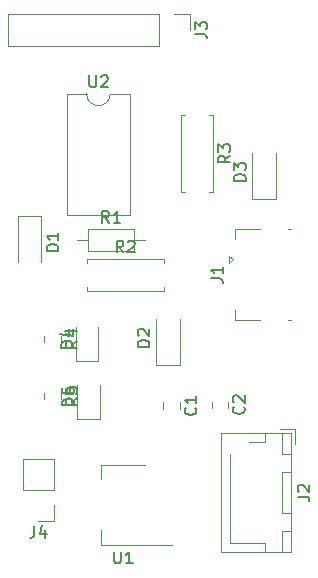
<source format=gbr>
G04 #@! TF.GenerationSoftware,KiCad,Pcbnew,(5.1.5)-3*
G04 #@! TF.CreationDate,2020-03-05T17:26:28+00:00*
G04 #@! TF.ProjectId,DigiSpark.schBackup,44696769-5370-4617-926b-2e7363684261,rev?*
G04 #@! TF.SameCoordinates,PX4f296e0PY8afe530*
G04 #@! TF.FileFunction,Legend,Top*
G04 #@! TF.FilePolarity,Positive*
%FSLAX46Y46*%
G04 Gerber Fmt 4.6, Leading zero omitted, Abs format (unit mm)*
G04 Created by KiCad (PCBNEW (5.1.5)-3) date 2020-03-05 17:26:28*
%MOMM*%
%LPD*%
G04 APERTURE LIST*
%ADD10C,0.120000*%
%ADD11C,0.150000*%
G04 APERTURE END LIST*
D10*
X6366200Y48421600D02*
X6366200Y45761600D01*
X19126200Y48421600D02*
X6366200Y48421600D01*
X19126200Y45761600D02*
X6366200Y45761600D01*
X19126200Y48421600D02*
X19126200Y45761600D01*
X20396200Y48421600D02*
X21726200Y48421600D01*
X21726200Y48421600D02*
X21726200Y47091600D01*
X19483000Y15552052D02*
X19483000Y15029548D01*
X20903000Y15552052D02*
X20903000Y15029548D01*
X24992400Y15628252D02*
X24992400Y15105748D01*
X23572400Y15628252D02*
X23572400Y15105748D01*
X9153400Y31358400D02*
X9153400Y27458400D01*
X7153400Y31358400D02*
X7153400Y27458400D01*
X9153400Y31358400D02*
X7153400Y31358400D01*
X18862800Y18755800D02*
X20862800Y18755800D01*
X20862800Y18755800D02*
X20862800Y22655800D01*
X18862800Y18755800D02*
X18862800Y22655800D01*
X27016200Y32802000D02*
X29016200Y32802000D01*
X29016200Y32802000D02*
X29016200Y36702000D01*
X27016200Y32802000D02*
X27016200Y36702000D01*
X12070200Y21929600D02*
X12070200Y19069600D01*
X12070200Y19069600D02*
X13990200Y19069600D01*
X13990200Y19069600D02*
X13990200Y21929600D01*
X14091800Y14192800D02*
X14091800Y17052800D01*
X12171800Y14192800D02*
X14091800Y14192800D01*
X12171800Y17052800D02*
X12171800Y14192800D01*
X25054400Y27390600D02*
X25054400Y27990600D01*
X25354400Y27690600D02*
X25054400Y27990600D01*
X25354400Y27690600D02*
X25054400Y27390600D01*
X25584400Y22520600D02*
X25584400Y23390600D01*
X25584400Y30260600D02*
X27654400Y30260600D01*
X25584400Y22520600D02*
X27654400Y22520600D01*
X25584400Y29390600D02*
X25584400Y30260600D01*
X30054400Y30260600D02*
X30304400Y30260600D01*
X30054400Y22520600D02*
X30304400Y22520600D01*
X30323800Y12974000D02*
X24353800Y12974000D01*
X24353800Y12974000D02*
X24353800Y2854000D01*
X24353800Y2854000D02*
X30323800Y2854000D01*
X30323800Y2854000D02*
X30323800Y12974000D01*
X30313800Y9664000D02*
X29563800Y9664000D01*
X29563800Y9664000D02*
X29563800Y6164000D01*
X29563800Y6164000D02*
X30313800Y6164000D01*
X30313800Y6164000D02*
X30313800Y9664000D01*
X30313800Y12964000D02*
X29563800Y12964000D01*
X29563800Y12964000D02*
X29563800Y11164000D01*
X29563800Y11164000D02*
X30313800Y11164000D01*
X30313800Y11164000D02*
X30313800Y12964000D01*
X30313800Y4664000D02*
X29563800Y4664000D01*
X29563800Y4664000D02*
X29563800Y2864000D01*
X29563800Y2864000D02*
X30313800Y2864000D01*
X30313800Y2864000D02*
X30313800Y4664000D01*
X28063800Y12964000D02*
X28063800Y12214000D01*
X28063800Y12214000D02*
X26723800Y12214000D01*
X25113800Y7914000D02*
X25113800Y11154000D01*
X28063800Y2864000D02*
X28063800Y3614000D01*
X28063800Y3614000D02*
X25113800Y3614000D01*
X25113800Y3614000D02*
X25113800Y7914000D01*
X30613800Y12014000D02*
X30613800Y13264000D01*
X30613800Y13264000D02*
X29363800Y13264000D01*
X10245400Y10753400D02*
X7585400Y10753400D01*
X10245400Y8153400D02*
X10245400Y10753400D01*
X7585400Y8153400D02*
X7585400Y10753400D01*
X10245400Y8153400D02*
X7585400Y8153400D01*
X10245400Y6883400D02*
X10245400Y5553400D01*
X10245400Y5553400D02*
X8915400Y5553400D01*
X13142200Y30206200D02*
X13142200Y28366200D01*
X13142200Y28366200D02*
X16982200Y28366200D01*
X16982200Y28366200D02*
X16982200Y30206200D01*
X16982200Y30206200D02*
X13142200Y30206200D01*
X12192200Y29286200D02*
X13142200Y29286200D01*
X17932200Y29286200D02*
X16982200Y29286200D01*
X13011400Y27379800D02*
X13011400Y27709800D01*
X13011400Y27709800D02*
X19551400Y27709800D01*
X19551400Y27709800D02*
X19551400Y27379800D01*
X13011400Y25299800D02*
X13011400Y24969800D01*
X13011400Y24969800D02*
X19551400Y24969800D01*
X19551400Y24969800D02*
X19551400Y25299800D01*
X20956600Y33356800D02*
X21286600Y33356800D01*
X20956600Y39896800D02*
X20956600Y33356800D01*
X21286600Y39896800D02*
X20956600Y39896800D01*
X23696600Y33356800D02*
X23366600Y33356800D01*
X23696600Y39896800D02*
X23696600Y33356800D01*
X23366600Y39896800D02*
X23696600Y39896800D01*
X10819200Y21190852D02*
X10819200Y20668348D01*
X9399200Y21190852D02*
X9399200Y20668348D01*
X9399200Y16330452D02*
X9399200Y15807948D01*
X10819200Y16330452D02*
X10819200Y15807948D01*
X14193200Y10293400D02*
X14193200Y9033400D01*
X14193200Y3473400D02*
X14193200Y4733400D01*
X17953200Y10293400D02*
X14193200Y10293400D01*
X20203200Y3473400D02*
X14193200Y3473400D01*
X14995400Y41690600D02*
G75*
G02X12995400Y41690600I-1000000J0D01*
G01*
X12995400Y41690600D02*
X11345400Y41690600D01*
X11345400Y41690600D02*
X11345400Y31410600D01*
X11345400Y31410600D02*
X16645400Y31410600D01*
X16645400Y31410600D02*
X16645400Y41690600D01*
X16645400Y41690600D02*
X14995400Y41690600D01*
D11*
X22178580Y46758267D02*
X22892866Y46758267D01*
X23035723Y46710648D01*
X23130961Y46615410D01*
X23178580Y46472553D01*
X23178580Y46377315D01*
X22178580Y47139220D02*
X22178580Y47758267D01*
X22559533Y47424934D01*
X22559533Y47567791D01*
X22607152Y47663029D01*
X22654771Y47710648D01*
X22750009Y47758267D01*
X22988104Y47758267D01*
X23083342Y47710648D01*
X23130961Y47663029D01*
X23178580Y47567791D01*
X23178580Y47282077D01*
X23130961Y47186839D01*
X23083342Y47139220D01*
X22200142Y15124134D02*
X22247761Y15076515D01*
X22295380Y14933658D01*
X22295380Y14838420D01*
X22247761Y14695562D01*
X22152523Y14600324D01*
X22057285Y14552705D01*
X21866809Y14505086D01*
X21723952Y14505086D01*
X21533476Y14552705D01*
X21438238Y14600324D01*
X21343000Y14695562D01*
X21295380Y14838420D01*
X21295380Y14933658D01*
X21343000Y15076515D01*
X21390619Y15124134D01*
X22295380Y16076515D02*
X22295380Y15505086D01*
X22295380Y15790800D02*
X21295380Y15790800D01*
X21438238Y15695562D01*
X21533476Y15600324D01*
X21581095Y15505086D01*
X26289542Y15200334D02*
X26337161Y15152715D01*
X26384780Y15009858D01*
X26384780Y14914620D01*
X26337161Y14771762D01*
X26241923Y14676524D01*
X26146685Y14628905D01*
X25956209Y14581286D01*
X25813352Y14581286D01*
X25622876Y14628905D01*
X25527638Y14676524D01*
X25432400Y14771762D01*
X25384780Y14914620D01*
X25384780Y15009858D01*
X25432400Y15152715D01*
X25480019Y15200334D01*
X25480019Y15581286D02*
X25432400Y15628905D01*
X25384780Y15724143D01*
X25384780Y15962239D01*
X25432400Y16057477D01*
X25480019Y16105096D01*
X25575257Y16152715D01*
X25670495Y16152715D01*
X25813352Y16105096D01*
X26384780Y15533667D01*
X26384780Y16152715D01*
X10605780Y28370305D02*
X9605780Y28370305D01*
X9605780Y28608400D01*
X9653400Y28751258D01*
X9748638Y28846496D01*
X9843876Y28894115D01*
X10034352Y28941734D01*
X10177209Y28941734D01*
X10367685Y28894115D01*
X10462923Y28846496D01*
X10558161Y28751258D01*
X10605780Y28608400D01*
X10605780Y28370305D01*
X10605780Y29894115D02*
X10605780Y29322686D01*
X10605780Y29608400D02*
X9605780Y29608400D01*
X9748638Y29513162D01*
X9843876Y29417924D01*
X9891495Y29322686D01*
X18315180Y20267705D02*
X17315180Y20267705D01*
X17315180Y20505800D01*
X17362800Y20648658D01*
X17458038Y20743896D01*
X17553276Y20791515D01*
X17743752Y20839134D01*
X17886609Y20839134D01*
X18077085Y20791515D01*
X18172323Y20743896D01*
X18267561Y20648658D01*
X18315180Y20505800D01*
X18315180Y20267705D01*
X17410419Y21220086D02*
X17362800Y21267705D01*
X17315180Y21362943D01*
X17315180Y21601039D01*
X17362800Y21696277D01*
X17410419Y21743896D01*
X17505657Y21791515D01*
X17600895Y21791515D01*
X17743752Y21743896D01*
X18315180Y21172467D01*
X18315180Y21791515D01*
X26468580Y34313905D02*
X25468580Y34313905D01*
X25468580Y34552000D01*
X25516200Y34694858D01*
X25611438Y34790096D01*
X25706676Y34837715D01*
X25897152Y34885334D01*
X26040009Y34885334D01*
X26230485Y34837715D01*
X26325723Y34790096D01*
X26420961Y34694858D01*
X26468580Y34552000D01*
X26468580Y34313905D01*
X25468580Y35218667D02*
X25468580Y35837715D01*
X25849533Y35504381D01*
X25849533Y35647239D01*
X25897152Y35742477D01*
X25944771Y35790096D01*
X26040009Y35837715D01*
X26278104Y35837715D01*
X26373342Y35790096D01*
X26420961Y35742477D01*
X26468580Y35647239D01*
X26468580Y35361524D01*
X26420961Y35266286D01*
X26373342Y35218667D01*
X11832580Y20191505D02*
X10832580Y20191505D01*
X10832580Y20429600D01*
X10880200Y20572458D01*
X10975438Y20667696D01*
X11070676Y20715315D01*
X11261152Y20762934D01*
X11404009Y20762934D01*
X11594485Y20715315D01*
X11689723Y20667696D01*
X11784961Y20572458D01*
X11832580Y20429600D01*
X11832580Y20191505D01*
X11165914Y21620077D02*
X11832580Y21620077D01*
X10784961Y21381981D02*
X11499247Y21143886D01*
X11499247Y21762934D01*
X11934180Y15314705D02*
X10934180Y15314705D01*
X10934180Y15552800D01*
X10981800Y15695658D01*
X11077038Y15790896D01*
X11172276Y15838515D01*
X11362752Y15886134D01*
X11505609Y15886134D01*
X11696085Y15838515D01*
X11791323Y15790896D01*
X11886561Y15695658D01*
X11934180Y15552800D01*
X11934180Y15314705D01*
X10934180Y16790896D02*
X10934180Y16314705D01*
X11410371Y16267086D01*
X11362752Y16314705D01*
X11315133Y16409943D01*
X11315133Y16648039D01*
X11362752Y16743277D01*
X11410371Y16790896D01*
X11505609Y16838515D01*
X11743704Y16838515D01*
X11838942Y16790896D01*
X11886561Y16743277D01*
X11934180Y16648039D01*
X11934180Y16409943D01*
X11886561Y16314705D01*
X11838942Y16267086D01*
X23506780Y26057267D02*
X24221066Y26057267D01*
X24363923Y26009648D01*
X24459161Y25914410D01*
X24506780Y25771553D01*
X24506780Y25676315D01*
X24506780Y27057267D02*
X24506780Y26485839D01*
X24506780Y26771553D02*
X23506780Y26771553D01*
X23649638Y26676315D01*
X23744876Y26581077D01*
X23792495Y26485839D01*
X30866180Y7580667D02*
X31580466Y7580667D01*
X31723323Y7533048D01*
X31818561Y7437810D01*
X31866180Y7294953D01*
X31866180Y7199715D01*
X30961419Y8009239D02*
X30913800Y8056858D01*
X30866180Y8152096D01*
X30866180Y8390191D01*
X30913800Y8485429D01*
X30961419Y8533048D01*
X31056657Y8580667D01*
X31151895Y8580667D01*
X31294752Y8533048D01*
X31866180Y7961620D01*
X31866180Y8580667D01*
X8582066Y5101020D02*
X8582066Y4386734D01*
X8534447Y4243877D01*
X8439209Y4148639D01*
X8296352Y4101020D01*
X8201114Y4101020D01*
X9486828Y4767686D02*
X9486828Y4101020D01*
X9248733Y5148639D02*
X9010638Y4434353D01*
X9629685Y4434353D01*
X14895533Y30753820D02*
X14562200Y31230010D01*
X14324104Y30753820D02*
X14324104Y31753820D01*
X14705057Y31753820D01*
X14800295Y31706200D01*
X14847914Y31658581D01*
X14895533Y31563343D01*
X14895533Y31420486D01*
X14847914Y31325248D01*
X14800295Y31277629D01*
X14705057Y31230010D01*
X14324104Y31230010D01*
X15847914Y30753820D02*
X15276485Y30753820D01*
X15562200Y30753820D02*
X15562200Y31753820D01*
X15466961Y31610962D01*
X15371723Y31515724D01*
X15276485Y31468105D01*
X16114733Y28257420D02*
X15781400Y28733610D01*
X15543304Y28257420D02*
X15543304Y29257420D01*
X15924257Y29257420D01*
X16019495Y29209800D01*
X16067114Y29162181D01*
X16114733Y29066943D01*
X16114733Y28924086D01*
X16067114Y28828848D01*
X16019495Y28781229D01*
X15924257Y28733610D01*
X15543304Y28733610D01*
X16495685Y29162181D02*
X16543304Y29209800D01*
X16638542Y29257420D01*
X16876638Y29257420D01*
X16971876Y29209800D01*
X17019495Y29162181D01*
X17067114Y29066943D01*
X17067114Y28971705D01*
X17019495Y28828848D01*
X16448066Y28257420D01*
X17067114Y28257420D01*
X25148980Y36460134D02*
X24672790Y36126800D01*
X25148980Y35888705D02*
X24148980Y35888705D01*
X24148980Y36269658D01*
X24196600Y36364896D01*
X24244219Y36412515D01*
X24339457Y36460134D01*
X24482314Y36460134D01*
X24577552Y36412515D01*
X24625171Y36364896D01*
X24672790Y36269658D01*
X24672790Y35888705D01*
X24148980Y36793467D02*
X24148980Y37412515D01*
X24529933Y37079181D01*
X24529933Y37222039D01*
X24577552Y37317277D01*
X24625171Y37364896D01*
X24720409Y37412515D01*
X24958504Y37412515D01*
X25053742Y37364896D01*
X25101361Y37317277D01*
X25148980Y37222039D01*
X25148980Y36936324D01*
X25101361Y36841086D01*
X25053742Y36793467D01*
X12211580Y20762934D02*
X11735390Y20429600D01*
X12211580Y20191505D02*
X11211580Y20191505D01*
X11211580Y20572458D01*
X11259200Y20667696D01*
X11306819Y20715315D01*
X11402057Y20762934D01*
X11544914Y20762934D01*
X11640152Y20715315D01*
X11687771Y20667696D01*
X11735390Y20572458D01*
X11735390Y20191505D01*
X11544914Y21620077D02*
X12211580Y21620077D01*
X11163961Y21381981D02*
X11878247Y21143886D01*
X11878247Y21762934D01*
X12211580Y15902534D02*
X11735390Y15569200D01*
X12211580Y15331105D02*
X11211580Y15331105D01*
X11211580Y15712058D01*
X11259200Y15807296D01*
X11306819Y15854915D01*
X11402057Y15902534D01*
X11544914Y15902534D01*
X11640152Y15854915D01*
X11687771Y15807296D01*
X11735390Y15712058D01*
X11735390Y15331105D01*
X11211580Y16807296D02*
X11211580Y16331105D01*
X11687771Y16283486D01*
X11640152Y16331105D01*
X11592533Y16426343D01*
X11592533Y16664439D01*
X11640152Y16759677D01*
X11687771Y16807296D01*
X11783009Y16854915D01*
X12021104Y16854915D01*
X12116342Y16807296D01*
X12163961Y16759677D01*
X12211580Y16664439D01*
X12211580Y16426343D01*
X12163961Y16331105D01*
X12116342Y16283486D01*
X15341295Y2931020D02*
X15341295Y2121496D01*
X15388914Y2026258D01*
X15436533Y1978639D01*
X15531771Y1931020D01*
X15722247Y1931020D01*
X15817485Y1978639D01*
X15865104Y2026258D01*
X15912723Y2121496D01*
X15912723Y2931020D01*
X16912723Y1931020D02*
X16341295Y1931020D01*
X16627009Y1931020D02*
X16627009Y2931020D01*
X16531771Y2788162D01*
X16436533Y2692924D01*
X16341295Y2645305D01*
X13233495Y43238220D02*
X13233495Y42428696D01*
X13281114Y42333458D01*
X13328733Y42285839D01*
X13423971Y42238220D01*
X13614447Y42238220D01*
X13709685Y42285839D01*
X13757304Y42333458D01*
X13804923Y42428696D01*
X13804923Y43238220D01*
X14233495Y43142981D02*
X14281114Y43190600D01*
X14376352Y43238220D01*
X14614447Y43238220D01*
X14709685Y43190600D01*
X14757304Y43142981D01*
X14804923Y43047743D01*
X14804923Y42952505D01*
X14757304Y42809648D01*
X14185876Y42238220D01*
X14804923Y42238220D01*
M02*

</source>
